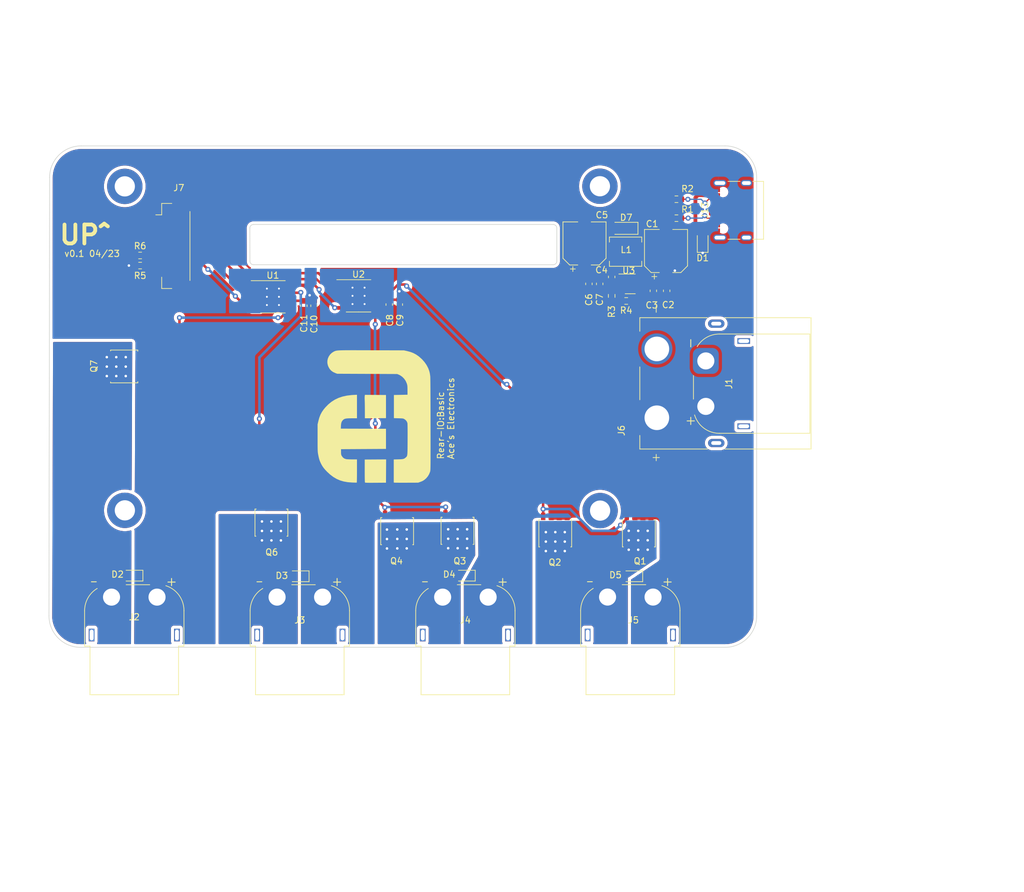
<source format=kicad_pcb>
(kicad_pcb (version 20221018) (generator pcbnew)
  (layers (0 "F.Cu" power) (31 "B.Cu" power) (34 "B.Paste" user) (35 "F.Paste" user) (36 "B.SilkS" user "B.Silkscreen") (37 "F.SilkS" user "F.Silkscreen") (38 "B.Mask" user) (39 "F.Mask" user) (44 "Edge.Cuts" user))
  (net 0 "")
  (net 1 "GPIO10")
  (net 2 "GPIO11")
  (net 3 "GPIO12")
  (net 4 "GPIO13")
  (net 5 "GPIO14")
  (net 6 "GPIO21")
  (net 9 "unconnected-(U1-TH-Pad9)")
  (net 12 "unconnected-(U2-TH-Pad9)")
  (net 13 "Net-(D2-A)")
  (net 14 "Net-(D3-A)")
  (net 15 "Net-(D4-A)")
  (net 16 "Net-(D5-A)")
  (net 17 "Net-(U3-BST)")
  (net 18 "Net-(D7-K)")
  (net 19 "+5V")
  (net 20 "Net-(U3-FB)")
  (net 21 "VIN")
  (net 22 "GND")
  (net 23 "VBUS")
  (net 24 "Net-(J13-CC1)")
  (net 25 "USB_D+")
  (net 26 "USB_D-")
  (net 28 "Net-(J13-CC2)")
  (net 30 "Net-(Q1-G)")
  (net 31 "Net-(Q3-G)")
  (net 32 "Net-(Q7-G)")
  (net 33 "Net-(Q6-G)")
  (footprint "Connector_AMASS:AMASS_XT60PW-F_1x02_P7.20mm_Horizontal" (layer "F.Cu") (at 88.05 133 180)
    (fp_text reference "J2")
    (fp_text value "Conn_01x02_Pin")
  )
  (footprint "MountingHole:MountingHole_3.2mm_M3_DIN965_Pad" (layer "F.Cu") (at 90.15 67.96)
    (fp_text reference "H1" hide)
    (fp_text value "MountingHole")
  )
  (footprint "Connector_AMASS:AMASS_XT60PW-F_1x02_P7.20mm_Horizontal" (layer "F.Cu") (at 140.45 133 180)
    (fp_text reference "J4")
    (fp_text value "Conn_01x02_Pin")
  )
  (footprint "Diode_SMD:D_SOD-323" (layer "F.Cu") (at 117.7 129.7 180)
    (fp_text reference "D3")
    (fp_text value "1N5819WS")
  )
  (footprint "Diode_SMD:Nexperia_CFP3_SOD-123W" (layer "F.Cu") (at 169.099999 74.6 180)
    (fp_text reference "D7")
    (fp_text value "PMEG6020ER")
  )
  (footprint "Package_TO_SOT_SMD:LFPAK56" (layer "F.Cu") (at 158.27 122.9 -90)
    (fp_text reference "Q2")
    (fp_text value "NTMFS4C03N-HXY")
  )
  (footprint "Package_SO:HSOP-8-1EP_3.9x4.9mm_P1.27mm_EP2.41x3.1mm_ThermalVias" (layer "F.Cu") (at 127.140712 85.295111)
    (fp_text reference "U2")
    (fp_text value "MIC4426")
  )
  (footprint "Package_TO_SOT_SMD:LFPAK56" (layer "F.Cu") (at 142.8 122.5 -90)
    (fp_text reference "Q3")
    (fp_text value "NTMFS4C03N-HXY")
  )
  (footprint "Capacitor_SMD:C_0603_1608Metric" (layer "F.Cu") (at 173.8 84.5 -90)
    (fp_text reference "C3")
    (fp_text value "100nF")
  )
  (footprint "Connector_USB:USB_C_Receptacle_G-Switch_GT-USB-7010ASV" (layer "F.Cu") (at 187.45 71.75 90)
    (fp_text reference "J13")
    (fp_text value "USB_C_Receptacle_USB2.0")
  )
  (footprint "Capacitor_SMD:C_0603_1608Metric" (layer "F.Cu") (at 133.595 86.675 -90)
    (fp_text reference "C9")
    (fp_text value "100nF")
  )
  (footprint "Package_TO_SOT_SMD:LFPAK56" (layer "F.Cu") (at 113.35 121.2 -90)
    (fp_text reference "Q6")
    (fp_text value "NTMFS4C03N-HXY")
  )
  (footprint "Capacitor_SMD:C_0603_1608Metric" (layer "F.Cu") (at 120.095 86.865001 -90)
    (fp_text reference "C10")
    (fp_text value "10uF")
  )
  (footprint "Resistor_SMD:R_0603_1608Metric" (layer "F.Cu") (at 177.45 70)
    (fp_text reference "R2")
    (fp_text value "5.1k")
  )
  (footprint "Connector_AMASS:AMASS_XT60PW-F_1x02_P7.20mm_Horizontal" (layer "F.Cu") (at 166.55 132.990522 180)
    (fp_text reference "J5")
    (fp_text value "Conn_01x02_Pin")
  )
  (footprint "Package_SO:HSOP-8-1EP_3.9x4.9mm_P1.27mm_EP2.41x3.1mm_ThermalVias" (layer "F.Cu") (at 113.592032 85.449584)
    (fp_text reference "U1")
    (fp_text value "MIC4426")
  )
  (footprint "Resistor_SMD:R_0603_1608Metric" (layer "F.Cu") (at 92.575 80.5)
    (fp_text reference "R5")
    (fp_text value "82k")
  )
  (footprint "Acea:AMASS_XT90PW-M" (layer "F.Cu") (at 183.75 99.15 90)
    (fp_text reference "J6")
    (fp_text value "Conn_01x02_Pin")
  )
  (footprint "MountingHole:MountingHole_3.2mm_M3_DIN965_Pad" (layer "F.Cu") (at 165.37 119.3)
    (fp_text reference "H3" hide)
    (fp_text value "MountingHole")
  )
  (footprint "Connector_AMASS:AMASS_XT60PW-M_1x02_P7.20mm_Horizontal" (layer "F.Cu") (at 182.1 95.6 -90)
    (fp_text reference "J1")
    (fp_text value "Conn_01x02_Pin")
  )
  (footprint "Capacitor_SMD:C_0603_1608Metric" (layer "F.Cu") (at 163.6 83.4 -90)
    (fp_text reference "C6")
    (fp_text value "10uF")
  )
  (footprint "Capacitor_SMD:C_0603_1608Metric" (layer "F.Cu") (at 131.995 86.675 -90)
    (fp_text reference "C8")
    (fp_text value "10uF")
  )
  (footprint "Inductor_SMD:L_Chilisin_BMRA00040415" (layer "F.Cu") (at 169.4 78.3 180)
    (fp_text reference "L1")
    (fp_text value "10uH")
  )
  (footprint "MountingHole:MountingHole_3.2mm_M3_DIN965_Pad" (layer "F.Cu") (at 165.339531 67.939531)
    (fp_text reference "H2" hide)
    (fp_text value "MountingHole")
  )
  (footprint "Acea:BOOMELE-Boom-Precision-Elec-C53040_C53040" (layer "F.Cu") (at 97.85 77.4 -90)
    (fp_text reference "J7")
    (fp_text value "Conn_01x08_Socket")
  )
  (footprint "Capacitor_SMD:CP_Elec_6.3x7.7" (layer "F.Cu") (at 175.8 78.2 90)
    (fp_text reference "C1")
    (fp_text value "220uF")
  )
  (footprint "Resistor_SMD:R_0603_1608Metric" (layer "F.Cu") (at 177.45 73 180)
    (fp_text reference "R1")
    (fp_text value "5.1k")
  )
  (footprint "Resistor_SMD:R_0603_1608Metric" (layer "F.Cu") (at 92.575 78.9 180)
    (fp_text reference "R6")
    (fp_text value "16k")
  )
  (footprint "Resistor_SMD:R_0603_1608Metric" (layer "F.Cu") (at 167.2 85.3 -90)
    (fp_text reference "R3")
    (fp_text value "82k")
  )
  (footprint "Package_TO_SOT_SMD:SOT-23-6" (layer "F.Cu") (at 170.1375 83.4)
    (fp_text reference "U3")
    (fp_text value "AOZ1280CI")
  )
  (footprint "Diode_SMD:D_SOD-323" (layer "F.Cu") (at 91.4 129.6 180)
    (fp_text reference "D2")
    (fp_text value "1N5819WS")
  )
  (footprint "Capacitor_SMD:C_0603_1608Metric" (layer "F.Cu") (at 167.2 82.3 90)
    (fp_text reference "C4")
    (fp_text value "100nF")
  )
  (footprint "Diode_SMD:D_SOD-323" (layer "F.Cu") (at 170.5 129.7 180)
    (fp_text reference "D5")
    (fp_text value "1N5819WS")
  )
  (footprint "Connector_AMASS:AMASS_XT60PW-F_1x02_P7.20mm_Horizontal" (layer "F.Cu") (at 114.25 133 180)
    (fp_text reference "J3")
    (fp_text value "Conn_01x02_Pin")
  )
  (footprint "MountingHole:MountingHole_3.2mm_M3_DIN965_Pad" (layer "F.Cu") (at 90.16 119.26)
    (fp_text reference "H4" hide)
    (fp_text value "MountingHole")
  )
  (footprint "Capacitor_SMD:C_0603_1608Metric" (layer "F.Cu") (at 118.495 86.865 -90)
    (fp_text reference "C11")
    (fp_text value "100nF")
  )
  (footprint "Package_TO_SOT_SMD:LFPAK56" (layer "F.Cu") (at 90.055435 96.475877 180)
    (fp_text reference "Q7")
    (fp_text value "NTMFS4C03N-HXY")
  )
  (footprint "Capacitor_SMD:CP_Elec_6.3x5.4" (layer "F.Cu") (at 162.9 77 90)
    (fp_text reference "C5")
    (fp_text value "22uF")
  )
  (footprint "Capacitor_SMD:C_0603_1608Metric" (layer "F.Cu") (at 165.3 83.4 -90)
    (fp_text reference "C7")
    (fp_text value "100nF")
  )
  (footprint "Diode_SMD:D_SOD-323" (layer "F.Cu") (at 144 129.6 180)
    (fp_text reference "D4")
    (fp_text value "1N5819WS")
  )
  (footprint "Acea:ae_20mm" (layer "F.Cu") (at 129.522605 104.637829)
    (fp_text reference "G***" hide)
    (fp_text value "LOGO" hide)
  )
  (footprint "Capacitor_SMD:C_0603_1608Metric" (layer "F.Cu") (at 175.9 84.5 -90)
    (fp_text reference "C2")
    (fp_text value "10uF")
  )
  (footprint "Resistor_SMD:R_0603_1608Metric" (layer "F.Cu") (at 169.5 86.1)
    (fp_text reference "R4")
    (fp_text value "16k")
  )
  (footprint "Package_TO_SOT_SMD:LFPAK56" (layer "F.Cu") (at 133.25 122.55 -90)
    (fp_text reference "Q4")
    (fp_text value "NTMFS4C03N-HXY")
  )
  (footprint "Diode_SMD:D_SOD-323" (layer "F.Cu") (at 181.6 76.8 90)
    (fp_text reference "D1")
    (fp_text value "1N5819WS")
  )
  (footprint "Package_TO_SOT_SMD:LFPAK56" (layer "F.Cu") (at 171.5 122.9 -90)
    (fp_text reference "Q1")
    (fp_text value "NTMFS4C03N-HXY")
  )
  (gr_arc (start 158.515685 79.8) (mid 158.35 80.2) (end 157.95 80.365685) (stroke (width 0.1)) (layer "Edge.Cuts"))
  (gr_arc (start 190.15 135.95) (mid 188.685534 139.485534) (end 185.15 140.95) (stroke (width 0.1)) (layer "Edge.Cuts"))
  (gr_arc (start 157.95 74) (mid 158.35 74.165685) (end 158.515685 74.565685) (stroke (width 0.1)) (layer "Edge.Cuts"))
  (gr_line (start 185.15 140.95) (end 83.15 140.95) (stroke (width 0.1)) (layer "Edge.Cuts"))
  (gr_line (start 158.515685 79.8) (end 158.515685 74.565685) (stroke (width 0.1)) (layer "Edge.Cuts"))
  (gr_arc (start 109.934315 74.565685) (mid 110.1 74.165685) (end 110.5 74) (stroke (width 0.1)) (layer "Edge.Cuts"))
  (gr_line (start 78.15 135.95) (end 78.25 66.55) (stroke (width 0.1)) (layer "Edge.Cuts"))
  (gr_arc (start 83.15 140.95) (mid 79.614466 139.485534) (end 78.15 135.95) (stroke (width 0.1)) (layer "Edge.Cuts"))
  (gr_arc (start 110.515685 80.365685) (mid 110.115685 80.2) (end 109.95 79.8) (stroke (width 0.1)) (layer "Edge.Cuts"))
  (gr_line (start 157.95 74) (end 110.5 74) (stroke (width 0.1)) (layer "Edge.Cuts"))
  (gr_arc (start 185.15 61.55) (mid 188.685534 63.014466) (end 190.15 66.55) (stroke (width 0.1)) (layer "Edge.Cuts"))
  (gr_line (start 110.515685 80.365685) (end 157.95 80.365685) (stroke (width 0.1)) (layer "Edge.Cuts"))
  (gr_line (start 83.25 61.55) (end 185.15 61.55) (stroke (width 0.1)) (layer "Edge.Cuts"))
  (gr_arc (start 78.25 66.55) (mid 79.714466 63.014466) (end 83.25 61.55) (stroke (width 0.1)) (layer "Edge.Cuts"))
  (gr_line (start 109.934315 74.565685) (end 109.95 79.8) (stroke (width 0.1)) (layer "Edge.Cuts"))
  (gr_line (start 190.15 66.55) (end 190.15 135.95) (stroke (width 0.1)) (layer "Edge.Cuts"))
  (gr_text "UP^" (at 79.5 77.4) (layer "F.SilkS") (effects (font (size 3 3) (thickness 0.6) bold) (justify left bottom)))
  (gr_text "Rear-IO:Basic\nAce's Electronics" (at 142.35 111.25 90) (layer "F.SilkS") (effects (font (size 1 1)) (justify left bottom)))
  (gr_text "v0.1 04/23" (at 80.5 79.2) (layer "F.SilkS") (effects (font (size 1 1)) (justify left bottom)))
  (segment (start 103.325 75.525) (end 109.5 81.7) (width 0.4) (layer "F.Cu") (net 1))
  (segment (start 109.5 81.7) (end 120.8 81.7) (width 0.4) (layer "F.Cu") (net 1))
  (segment (start 123.74 84.64) (end 124.5 84.64) (width 0.4) (layer "F.Cu") (net 1))
  (segment (start 95.9 75.525) (end 103.325 75.525) (width 0.4) (layer "F.Cu") (net 1))
  (segment (start 120.8 81.7) (end 123.74 84.64) (width 0.4) (layer "F.Cu") (net 1))
  (segment (start 123.38 87.18) (end 124.5 87.18) (width 0.4) (layer "F.Cu") (net 2))
  (segment (start 102.775 76.775) (end 95.9 76.775) (width 0.4) (layer "F.Cu") (net 2))
  (segment (start 119.25 82.65) (end 108.65 82.65) (width 0.4) (layer "F.Cu") (net 2))
  (segment (start 120.9 84.3) (end 119.25 82.65) (width 0.4) (layer "F.Cu") (net 2))
  (segment (start 108.65 82.65) (end 102.775 76.775) (width 0.4) (layer "F.Cu") (net 2))
  (via (at 120.9 84.3) (size 0.8) (drill 0.4) (layers "F.Cu" "B.Cu") (net 2))
  (via (at 123.38 87.18) (size 0.8) (drill 0.4) (layers "F.Cu" "B.Cu") (net 2))
  (segment (start 120.9 84.7) (end 123.38 87.18) (width 0.4) (layer "B.Cu") (net 2))
  (segment (start 120.9 84.3) (end 120.9 84.7) (width 0.4) (layer "B.Cu") (net 2))
  (segment (start 102.225 78.025) (end 109.004999 84.804999) (width 0.4) (layer "F.Cu") (net 3))
  (segment (start 95.9 78.025) (end 102.225 78.025) (width 0.4) (layer "F.Cu") (net 3))
  (segment (start 109.004999 84.804999) (end 110.945 84.804999) (width 0.4) (layer "F.Cu") (net 3))
  (segment (start 109.654584 87.354584) (end 110.935415 87.354584) (width 0.4) (layer "F.Cu") (net 4))
  (segment (start 101.475 79.275) (end 95.9 79.275) (width 0.4) (layer "F.Cu") (net 4))
  (segment (start 107.65 85.35) (end 109.654584 87.354584) (width 0.4) (layer "F.Cu") (net 4))
  (segment (start 103.3 81.1) (end 101.475 79.275) (width 0.4) (layer "F.Cu") (net 4))
  (via (at 103.3 81.1) (size 0.8) (drill 0.4) (layers "F.Cu" "B.Cu") (net 4))
  (via (at 107.65 85.35) (size 0.8) (drill 0.4) (layers "F.Cu" "B.Cu") (net 4))
  (segment (start 103.4 81.1) (end 103.3 81.1) (width 0.4) (layer "B.Cu") (net 4))
  (segment (start 107.65 85.35) (end 103.4 81.1) (width 0.4) (layer "B.Cu") (net 4))
  (segment (start 93.4 80.5) (end 93.4 78.9) (width 0.2) (layer "F.Cu") (net 5))
  (segment (start 95.875 80.5) (end 95.9 80.525) (width 0.2) (layer "F.Cu") (net 5))
  (segment (start 93.4 80.5) (end 95.875 80.5) (width 0.2) (layer "F.Cu") (net 5))
  (via (at 88.8 95) (size 0.8) (drill 0.4) (layers "F.Cu" "B.Cu") (net 13))
  (via (at 90.3 95.000002) (size 0.8) (drill 0.4) (layers "F.Cu" "B.Cu") (net 13))
  (via (at 87.300001 95) (size 0.8) (drill 0.4) (layers "F.Cu" "B.Cu") (net 13))
  (via (at 87.300002 98) (size 0.8) (drill 0.4) (layers "F.Cu" "B.Cu") (net 13))
  (via (at 90.3 96.5) (size 0.8) (drill 0.4) (layers "F.Cu" "B.Cu") (net 13))
  (via (at 88.8 98) (size 0.8) (drill 0.4) (layers "F.Cu" "B.Cu") (net 13))
  (via (at 88.8 96.5) (size 0.8) (drill 0.4) (layers "F.Cu" "B.Cu") (net 13))
  (via (at 90.3 98) (size 0.8) (drill 0.4) (layers "F.Cu" "B.Cu") (net 13))
  (via (at 87.300001 96.5) (size 0.8) (drill 0.4) (layers "F.Cu" "B.Cu") (net 13))
  (via (at 111.856428 124.02071) (size 0.8) (drill 0.4) (layers "F.Cu" "B.Cu") (net 14))
  (via (at 113.356427 121.020711) (size 0.8) (drill 0.4) (layers "F.Cu" "B.Cu") (net 14))
  (via (at 114.856428 122.520712) (size 0.8) (drill 0.4) (layers "F.Cu" "B.Cu") (net 14))
  (via (at 111.856428 121.020712) (size 0.8) (drill 0.4) (layers "F.Cu" "B.Cu") (net 14))
  (via (at 111.856428 122.52071) (size 0.8) (drill 0.4) (layers "F.Cu" "B.Cu") (net 14))
  (via (at 114.856428 124.020712) (size 0.8) (drill 0.4) (layers "F.Cu" "B.Cu") (net 14))
  (via (at 114.856429 121.020712) (size 0.8) (drill 0.4) (layers "F.Cu" "B.Cu") (net 14))
  (via (at 113.356428 124.020712) (size 0.8) (drill 0.4) (layers "F.Cu" "B.Cu") (net 14))
  (via (at 113.356428 122.52071) (size 0.8) (drill 0.4) (layers "F.Cu" "B.Cu") (net 14))
  (via (at 133.2693 123.787718) (size 0.8) (drill 0.4) (layers "F.Cu" "B.Cu") (net 15))
  (via (at 131.64 125.3) (size 0.8) (drill 0.4) (layers "F.Cu" "B.Cu") (net 15))
  (via (at 144.323295 123.759064) (size 0.8) (drill 0.4) (layers "F.Cu" "B.Cu") (net 15))
  (via (at 133.2693 122.287718) (size 0.8) (drill 0.4) (layers "F.Cu" "B.Cu") (net 15))
  (via (at 134.7693 122.287718) (size 0.8) (drill 0.4) (layers "F.Cu" "B.Cu") (net 15))
  (via (at 142.823295 123.759064) (size 0.8) (drill 0.4) (layers "F.Cu" "B.Cu") (net 15))
  (via (at 142.823295 122.259064) (size 0.8) (drill 0.4) (layers "F.Cu" "B.Cu") (net 15))
  (via (at 142.823295 125.259064) (size 0.8) (drill 0.4) (layers "F.Cu" "B.Cu") (net 15))
  (via (at 131.64 122.3) (size 0.8) (drill 0.4) (layers "F.Cu" "B.Cu") (net 15))
  (via (at 141.323295 125.259064) (size 0.8) (drill 0.4) (layers "F.Cu" "B.Cu") (net 15))
  (via (at 131.64 123.8) (size 0.8) (drill 0.4) (layers "F.Cu" "B.Cu") (net 15))
  (via (at 144.323295 125.259063) (size 0.8) (drill 0.4) (layers "F.Cu" "B.Cu") (net 15))
  (via (at 144.323295 122.259064) (size 0.8) (drill 0.4) (layers "F.Cu" "B.Cu") (net 15))
  (via (at 134.769299 123.787718) (size 0.8) (drill 0.4) (layers "F.Cu" "B.Cu") (net 15))
  (via (at 141.323295 123.759064) (size 0.8) (drill 0.4) (layers "F.Cu" "B.Cu") (net 15))
  (via (at 141.323296 122.259064) (size 0.8) (drill 0.4) (layers "F.Cu" "B.Cu") (net 15))
  (via (at 133.2693 125.287718) (size 0.8) (drill 0.4) (layers "F.Cu" "B.Cu") (net 15))
  (via (at 134.7693 125.287718) (size 0.8) (drill 0.4) (layers "F.Cu" "B.Cu") (net 15))
  (via (at 159.781536 124.209616) (size 0.8) (drill 0.4) (layers "F.Cu" "B.Cu") (net 16))
  (via (at 171.4 124) (size 0.8) (drill 0.4) (layers "F.Cu" "B.Cu") (net 16))
  (via (at 158.281536 125.709616) (size 0.8) (drill 0.4) (layers "F.Cu" "B.Cu") (net 16))
  (via (at 156.781536 122.709615) (size 0.8) (drill 0.4) (layers "F.Cu" "B.Cu") (net 16))
  (via (at 172.9 125.5) (size 0.8) (drill 0.4) (layers "F.Cu" "B.Cu") (net 16))
  (via (at 169.9 125.5) (size 0.8) (drill 0.4) (layers "F.Cu" "B.Cu") (net 16))
  (via (at 156.781536 125.709616) (size 0.8) (drill 0.4) (layers "F.Cu" "B.Cu") (net 16))
  (via (at 169.9 124) (size 0.8) (drill 0.4) (layers "F.Cu" "B.Cu") (net 16))
  (via (at 159.781536 125.709616) (size 0.8) (drill 0.4) (layers "F.Cu" "B.Cu") (net 16))
  (via (at 169.9 122.5) (size 0.8) (drill 0.4) (layers "F.Cu" "B.Cu") (net 16))
  (via (at 172.9 124) (size 0.8) (drill 0.4) (layers "F.Cu" "B.Cu") (net 16))
  (via (at 158.281537 122.709616) (size 0.8) (drill 0.4) (layers "F.Cu" "B.Cu") (net 16))
  (via (at 171.4 122.5) (size 0.8) (drill 0.4) (layers "F.Cu" "B.Cu") (net 16))
  (via (at 159.781536 122.709616) (size 0.8) (drill 0.4) (layers "F.Cu" "B.Cu") (net 16))
  (via (at 171.4 125.5) (size 0.8) (drill 0.4) (layers "F.Cu" "B.Cu") (net 16))
  (via (at 156.781536 124.209617) (size 0.8) (drill 0.4) (layers "F.Cu" "B.Cu") (net 16))
  (via (at 158.281537 124.209616) (size 0.8) (drill 0.4) (layers "F.Cu" "B.Cu") (net 16))
  (via (at 172.9 122.5) (size 0.8) (drill 0.4) (layers "F.Cu" "B.Cu") (net 16))
  (segment (start 167.825 82.45) (end 169 82.45) (width 0.6) (layer "F.Cu") (net 17))
  (segment (start 167.2 83.075) (end 167.825 82.45) (width 0.6) (layer "F.Cu") (net 17))
  (segment (start 166.275 83.579594) (end 167.170406 84.475) (width 0.5) (layer "F.Cu") (net 19))
  (segment (start 160.8 78.8) (end 161.8 79.8) (width 0.6) (layer "F.Cu") (net 19))
  (segment (start 165.3 82.625) (end 166.254594 83.579594) (width 0.5) (layer "F.Cu") (net 19))
  (segment (start 95.9 73.025) (end 96.675 72.25) (width 0.6) (layer "F.Cu") (net 19))
  (segment (start 96.675 72.25) (end 159.15 72.25) (width 0.6) (layer "F.Cu") (net 19))
  (segment (start 159.15 72.25) (end 160.8 73.9) (width 0.6) (layer "F.Cu") (net 19))
  (segment (start 166.254594 83.579594) (end 166.275 83.579594) (width 0.5) (layer "F.Cu") (net 19))
  (segment (start 161.8 79.8) (end 162.9 79.8) (width 0.6) (layer "F.Cu") (net 19))
  (segment (start 160.8 73.9) (end 160.8 78.8) (width 0.6) (layer "F.Cu") (net 19))
  (segment (start 167.170406 84.475) (end 167.2 84.475) (width 0.5) (layer "F.Cu") (net 19))
  (segment (start 167.2 86.125) (end 168.65 86.125) (width 0.6) (layer "F.Cu") (net 20))
  (segment (start 168.65 86.125) (end 168.675 86.1) (width 0.6) (layer "F.Cu") (net 20))
  (segment (start 168.675 86.1) (end 168.675 84.675) (width 0.6) (layer "F.Cu") (net 20))
  (segment (start 168.675 84.675) (end 169 84.35) (width 0.6) (layer "F.Cu") (net 20))
  (segment (start 92.45 129.6) (end 92.45 130.2) (width 0.4) (layer "F.Cu") (net 21))
  (segment (start 92.45 130.2) (end 95.25 133) (width 0.4) (layer "F.Cu") (net 21))
  (segment (start 116.245 86.075) (end 120.08 86.075) (width 0.4) (layer "F.Cu") (net 21))
  (segment (start 176.8 80.9) (end 175.8 80.9) (width 0.4) (layer "F.Cu") (net 21))
  (segment (start 118.75 130.3) (end 121.45 133) (width 0.4) (layer "F.Cu") (net 21))
  (segment (start 133.595 85.9) (end 133.595 84.575) (width 0.4) (layer "F.Cu") (net 21))
  (segment (start 181.6 78.5) (end 181.6 77.85) (width 0.4) (layer "F.Cu") (net 21))
  (segment (start 91.75 80.5) (end 90.8 80.5) (width 0.2) (layer "F.Cu") (net 21))
  (segment (start 119.4 85.2) (end 119.4 85.395001) (width 0.4) (layer "F.Cu") (net 21))
  (segment (start 129.8 85.91) (end 133.585 85.91) (width 0.4) (layer "F.Cu") (net 21))
  (segment (start 171.55 130.790522) (end 173.75 132.990522) (width 0.4) (layer "F.Cu") (net 21))
  (segment (start 145.05 130.4) (end 147.65 133) (width 0.4) (layer "F.Cu") (net 21))
  (segment (start 119.4 85.395001) (end 120.094999 86.09) (width 0.4) (layer "F.Cu") (net 21))
  (segment (start 177.2 81.3) (end 176.8 80.9) (width 0.4) (layer "F.Cu") (net 21))
  (segment (start 171.55 129.7) (end 171.55 130.790522) (width 0.4) (layer "F.Cu") (net 21))
  (segment (start 145.05 129.6) (end 145.05 130.4) (width 0.4) (layer "F.Cu") (net 21))
  (segment (start 118.75 129.7) (end 118.75 130.3) (width 0.4) (layer "F.Cu") (net 21))
  (via (at 177.2 81.3) (size 0.8) (drill 0.4) (layers "F.Cu" "B.Cu") (net 21))
  (via (at 90.8 80.5) (size 0.8) (drill 0.4) (layers "F.Cu" "B.Cu") (net 21))
  (via (at 119.4 85.2) (size 0.8) (drill 0.4) (layers "F.Cu" "B.Cu") (net 21))
  (via (at 181.6 78.5) (size 0.8) (drill 0.4) (layers "F.Cu" "B.Cu") (net 21))
  (via (at 133.595 84.575) (size 0.8) (drill 0.4) (layers "F.Cu" "B.Cu") (net 21))
  (segment (start 181 78.6) (end 181.1 78.5) (width 0.4) (layer "B.Cu") (net 21))
  (segment (start 179.9 78.6) (end 181 78.6) (width 0.4) (layer "B.Cu") (net 21))
  (segment (start 177.2 81.3) (end 179.9 78.6) (width 0.4) (layer "B.Cu") (net 21))
  (segment (start 181.1 78.5) (end 181.6 78.5) (width 0.4) (layer "B.Cu") (net 21))
  (segment (start 170.1625 85.9375) (end 170.325 86.1) (width 0.5) (layer "F.Cu") (net 22))
  (segment (start 169 83.4) (end 169.7 83.4) (width 0.5) (layer "F.Cu") (net 22))
  (segment (start 183.725 74.949999) (end 183.725 75.47) (width 0.6) (layer "F.Cu") (net 22))
  (segment (start 183.725 75.47) (end 184.325 76.07) (width 0.6) (layer "F.Cu") (net 22))
  (segment (start 170.1625 83.8625) (end 170.1625 85.9375) (width 0.5) (layer "F.Cu") (net 22))
  (segment (start 169.7 83.4) (end 170.1625 83.8625) (width 0.5) (layer "F.Cu") (net 22))
  (segment (start 180.45 73.8) (end 180.8 74.15) (width 0.6) (layer "F.Cu") (net 23))
  (segment (start 181.7 69.35) (end 180.849999 69.35) (width 0.6) (layer "F.Cu") (net 23))
  (segment (start 183.724999 69.35) (end 181.7 69.35) (width 0.6) (layer "F.Cu") (net 23))
  (segment (start 180.45 69.75) (end 180.45 73.8) (width 0.6) (layer "F.Cu") (net 23))
  (segment (start 181.6 74.25) (end 181.5 74.15) (width 0.4) (layer "F.Cu") (net 23))
  (segment (start 180.849999 69.35) (end 180.45 69.75) (width 0.6) (layer "F.Cu") (net 23))
  (segment (start 183.725 74.15) (end 180.8 74.15) (width 0.6) (layer "F.Cu") (net 23))
  (segment (start 181.6 75.75) (end 181.6 74.25) (width 0.4) (layer "F.Cu") (net 23))
  (segment (start 178.275 73) (end 179.283405 73) (width 0.2) (layer "F.Cu") (net 24))
  (segment (start 182.325 73) (end 183.725 73) (width 0.2) (layer "F.Cu") (net 24))
  (segment (start 181.925 72.6) (end 182.325 73) (width 0.2) (layer "F.Cu") (net 24))
  (segment (start 179.283405 73) (end 179.295678 72.987727) (width 0.2) (layer "F.Cu") (net 24))
  (via (at 181.925 72.6) (size 0.8) (drill 0.4) (layers "F.Cu" "B.Cu") (net 24))
  (via (at 179.295678 72.987727) (size 0.8) (drill 0.4) (layers "F.Cu" "B.Cu") (net 24))
  (segment (start 181.925 72.6) (end 181.537273 72.987727) (width 0.2) (layer "B.Cu") (net 24))
  (segment (start 181.537273 72.987727) (end 179.295678 72.987727) (width 0.2) (layer "B.Cu") (net 24))
  (segment (start 184.7 71.999999) (end 183.725 71.999999) (width 0.2) (layer "F.Cu") (net 25))
  (segment (start 183.725 71.000001) (end 184.725 71) (width 0.2) (layer "F.Cu") (net 25))
  (segment (start 184.725 71) (end 184.85 71.125) (width 0.2) (layer "F.Cu") (net 25))
  (segment (start 184.85 71.125) (end 184.85 71.849999) (width 0.2) (layer "F.Cu") (net 25))
  (segment (start 184.85 71.849999) (end 184.7 71.999999) (width 0.2) (layer "F.Cu") (net 25))
  (segment (start 182.7 71.675) (end 182.7 72.400001) (width 0.2) (layer "F.Cu") (net 26))
  (segment (start 182.8 72.5) (end 183.725 72.5) (width 0.2) (layer "F.Cu") (net 26))
  (segment (start 182.875 71.5) (end 182.7 71.675) (width 0.2) (layer "F.Cu") (net 26))
  (segment (start 183.725 71.5) (end 182.875 71.5) (width 0.2) (layer "F.Cu") (net 26))
  (segment (start 182.7 72.400001) (end 182.8 72.5) (width 0.2) (layer "F.Cu") (net 26))
  (segment (start 179.250032 70) (end 179.257634 70.007602) (width 0.2) (layer "F.Cu") (net 28))
  (segment (start 182.55 69.999999) (end 183.725 70) (width 0.2) (layer "F.Cu") (net 28))
  (segment (start 181.949999 70.6) (end 182.55 69.999999) (width 0.2) (layer "F.Cu") (net 28))
  (segment (start 178.275 70) (end 179.250032 70) (width 0.2) (layer "F.Cu") (net 28))
  (via (at 179.257634 70.007602) (size 0.8) (drill 0.4) (layers "F.Cu" "B.Cu") (net 28))
  (via (at 181.949999 70.6) (size 0.8) (drill 0.4) (layers "F.Cu" "B.Cu") (net 28))
  (segment (start 181.949999 70.6) (end 181.357602 70.007602) (width 0.2) (layer "B.Cu") (net 28))
  (segment (start 181.357602 70.007602) (end 179.257634 70.007602) (width 0.2) (layer "B.Cu") (net 28))
  (segment (start 169.59 120.61) (end 169.59 120.23) (width 0.4) (layer "F.Cu") (net 30))
  (segment (start 133.397207 83.5) (end 134.5 83.5) (width 0.4) (layer "F.Cu") (net 30))
  (segment (start 156.35 105.05) (end 156.35 119.05) (width 0.4) (layer "F.Cu") (net 30))
  (segment (start 168.6 121.6) (end 169.59 120.61) (width 0.4) (layer "F.Cu") (net 30))
  (segment (start 129.790712 84.660111) (end 132.237096 84.660111) (width 0.4) (layer "F.Cu") (net 30))
  (segment (start 134.5 83.5) (end 134.75 83.75) (width 0.4) (layer "F.Cu") (net 30))
  (segment (start 156.36 119.06) (end 156.35 119.05) (width 0.4) (layer "F.Cu") (net 30))
  (segment (start 132.237096 84.660111) (end 133.397207 83.5) (width 0.4) (layer "F.Cu") (net 30))
  (segment (start 156.36 120.23) (end 156.36 119.06) (width 0.4) (layer "F.Cu") (net 30))
  (segment (start 150.6 99.3) (end 156.35 105.05) (width 0.4) (layer "F.Cu") (net 30))
  (via (at 168.6 121.6) (size 0.8) (drill 0.4) (layers "F.Cu" "B.Cu") (net 30))
  (via (at 156.35 119.05) (size 0.8) (drill 0.4) (layers "F.Cu" "B.Cu") (net 30))
  (via (at 150.6 99.3) (size 0.8) (drill 0.4) (layers "F.Cu" "B.Cu") (net 30))
  (via (at 134.75 83.75) (size 0.8) (drill 0.4) (layers "F.Cu" "B.Cu") (net 30))
  (segment (start 150.3 99.3) (end 134.75 83.75) (width 0.4) (layer "B.Cu") (net 30))
  (segment (start 167.7 122.5) (end 168.6 121.6) (width 0.4) (layer "B.Cu") (net 30))
  (segment (start 164.044516 122.5) (end 167.7 122.5) (width 0.4) (layer "B.Cu") (net 30))
  (segment (start 156.35 119.05) (end 160.594516 119.05) (width 0.4) (layer "B.Cu") (net 30))
  (segment (start 150.6 99.3) (end 150.3 99.3) (width 0.4) (layer "B.Cu") (net 30))
  (segment (start 160.594516 119.05) (end 164.044516 122.5) (width 0.4) (layer "B.Cu") (net 30))
  (segment (start 140.921719 118.73484) (end 140.921719 119.798281) (width 0.4) (layer "F.Cu") (net 31))
  (segment (start 131.34 118.84) (end 131.34 119.88) (width 0.4) (layer "F.Cu") (net 31))
  (segment (start 129.8 117.3) (end 129.8 105.5) (width 0.4) (layer "F.Cu") (net 31))
  (segment (start 131.3 118.8) (end 131.34 118.84) (width 0.4) (layer "F.Cu") (net 31))
  (segment (start 131.3 118.8) (end 129.8 117.3) (width 0.4) (layer "F.Cu") (net 31))
  (segment (start 140.921719 119.798281) (end 140.89 119.83) (width 0.4) (layer "F.Cu") (net 31))
  (segment (start 129.790712 89.8) (end 129.790712 87.200111) (width 0.4) (layer "F.Cu") (net 31))
  (via (at 131.3 118.8) (size 0.8) (drill 0.4) (layers "F.Cu" "B.Cu") (net 31))
  (via (at 129.8 105.5) (size 0.8) (drill 0.4) (layers "F.Cu" "B.Cu") (net 31))
  (via (at 140.921719 118.73484) (size 0.8) (drill 0.4) (layers "F.Cu" "B.Cu") (net 31))
  (via (at 129.790712 89.8) (size 0.8) (drill 0.4) (layers "F.Cu" "B.Cu") (net 31))
  (segment (start 131.3 118.8) (end 131.36516 118.73484) (width 0.4) (layer "B.Cu") (net 31))
  (segment (start 129.8 105.05) (end 129.8 105.5) (width 0.4) (layer "B.Cu") (net 31))
  (segment (start 131.36516 118.73484) (end 140.921719 118.73484) (width 0.4) (layer "B.Cu") (net 31))
  (segment (start 129.790712 89.8) (end 129.75 89.840712) (width 0.4) (layer "B.Cu") (net 31))
  (segment (start 129.75 89.840712) (end 129.75 105) (width 0.4) (layer "B.Cu") (net 31))
  (segment (start 129.75 105) (end 129.8 105.05) (width 0.4) (layer "B.Cu") (net 31))
  (segment (start 114.4 88.75) (end 114.839999 88.75) (width 0.4) (layer "F.Cu") (net 32))
  (segment (start 94.845435 94.565877) (end 98.8 90.611312) (width 0.4) (layer "F.Cu") (net 32))
  (segment (start 98.8 90.611312) (end 98.8 88.75) (width 0.4) (layer "F.Cu") (net 32))
  (segment (start 92.725435 94.565877) (end 94.845435 94.565877) (width 0.4) (layer "F.Cu") (net 32))
  (segment (start 114.839999 88.75) (end 116.244999 87.345) (width 0.4) (layer "F.Cu") (net 32))
  (via (at 114.4 88.75) (size 0.8) (drill 0.4) (layers "F.Cu" "B.Cu") (net 32))
  (via (at 98.8 88.75) (size 0.8) (drill 0.4) (layers "F.Cu" "B.Cu") (net 32))
  (segment (start 114.4 88.75) (end 98.8 88.75) (width 0.4) (layer "B.Cu") (net 32))
  (segment (start 117.945001 84.804999) (end 116.245 84.804999) (width 0.4) (layer "F.Cu") (net 33))
  (segment (start 111.44 104.76) (end 111.44 118.53) (width 0.4) (layer "F.Cu") (net 33))
  (segment (start 111.45 104.75) (end 111.44 104.76) (width 0.4) (layer "F.Cu") (net 33))
  (segment (start 118 84.75) (end 117.945001 84.804999) (width 0.4) (layer "F.Cu") (net 33))
  (via (at 111.45 104.75) (size 0.8) (drill 0.4) (layers "F.Cu" "B.Cu") (net 33))
  (via (at 118 84.75) (size 0.8) (drill 0.4) (layers "F.Cu" "B.Cu") (net 33))
  (segment (start 118 88.5) (end 118 84.75) (width 0.4) (layer "B.Cu") (net 33))
  (segment (start 111.45 95.05) (end 118 88.5) (width 0.4) (layer "B.Cu") (net 33))
  (segment (start 111.45 104.75) (end 111.45 95.05) (width 0.4) (layer "B.Cu") (net 33))
  (zone (net 18) (net_name "Net-(D7-K)") (layer "F.Cu") (priority 4) (connect_pads yes (clearance 0.25)) (min_thickness 0.25) (fill yes (thermal_gap 0.5) (thermal_bridge_width 0.5))
    (polygon (pts (xy 170.551174 82.919563) (xy 172.101858 82.919563) (xy 172 73.6) (xy 169 73.6) (xy 168.6 79.8) (xy 166.6 81) (xy 166.5 82.8) (xy 169.8 82)))
  )
  (zone (net 19) (net_name "+5V") (layer "F.Cu") (priority 5) (connect_pads yes (clearance 0.25)) (min_thickness 0.25) (fill yes (thermal_gap 0.5) (thermal_bridge_width 0.5))
    (polygon (pts (xy 160.5 76.8) (xy 160.5 80.1) (xy 162.9 83.3) (xy 166.5 83.3) (xy 166.6 81) (xy 168.6 79.8) (xy 168.6 76.8)))
  )
  (zone (net 21) (net_name "VIN") (layer "F.Cu") (priority 3) (connect_pads yes (clearance 0.25)) (min_thickness 0.25) (fill yes (thermal_gap 0.5) (thermal_bridge_width 0.5))
    (polygon (pts (xy 172.5 78.9) (xy 172.5 80.8) (xy 172.2 82.2) (xy 172 82.7) (xy 170.5 82.7) (xy 170.5 84.95) (xy 172.5 84.9) (xy 173.2 84.5) (xy 176.8 84.5) (xy 176.85 78.9)))
  )
  (zone (net 22) (net_name "GND") (layer "F.Cu") (priority 2) (connect_pads yes (clearance 0.25)) (min_thickness 0.25) (fill yes (thermal_gap 0.5) (thermal_bridge_width 0.5))
    (polygon (pts (xy 181.6 66.249999) (xy 181.6 68.85) (xy 184.1 68.85) (xy 184.1 68.25) (xy 184.1 66.249999)))
  )
  (zone (net 22) (net_name "GND") (layer "F.Cu") (connect_pads yes (clearance 0.5)) (min_thickness 0.25) (fill yes (thermal_gap 0.5) (thermal_bridge_width 0.5) (island_removal_mode 1) (island_area_min 10))
    (polygon (pts (xy 70.4 144.2) (xy 194.4 144.2) (xy 194.65 38.45) (xy 70.4 38.45)))
  )
  (zone (net 13) (net_name "Net-(D2-A)") (layers "F&B.Cu") (priority 8) (connect_pads yes (clearance 0.5)) (min_thickness 0.25) (fill yes (thermal_gap 0.5) (thermal_bridge_width 0.5) (island_removal_mode 1) (island_area_min 10))
    (polygon (pts (xy 91.33 92.6) (xy 91.13 140.85) (xy 78.65 140.95) (xy 78.8 92.6)))
  )
  (zone (net 16) (net_name "Net-(D5-A)") (layers "F&B.Cu") (priority 6) (connect_pads yes (clearance 0.5)) (min_thickness 0.25) (fill yes (thermal_gap 0.5) (thermal_bridge_width 0.5) (island_removal_mode 1) (island_area_min 10))
    (polygon (pts (xy 174.25 120.85) (xy 155.15 120.95) (xy 155.15 126.2) (xy 155.15 141.95) (xy 169.75 141.95) (xy 169.75 129.95) (xy 174.3 126.9)))
  )
  (zone (net 15) (net_name "Net-(D4-A)") (layers "F&B.Cu") (priority 6) (connect_pads yes (clearance 0.5)) (min_thickness 0.25) (fill yes (thermal_gap 0.5) (thermal_bridge_width 0.5) (island_removal_mode 1) (island_area_min 10))
    (polygon (pts (xy 145.549999 121.1) (xy 130.178281 121.2) (xy 130.178281 141.91516) (xy 143.3 141.71516) (xy 143.3 130.5) (xy 145.6 126.4)))
  )
  (zone (net 14) (net_name "Net-(D3-A)") (layers "F&B.Cu") (priority 7) (connect_pads yes (clearance 0.5)) (min_thickness 0.25) (fill yes (thermal_gap 0.5) (thermal_bridge_width 0.5) (island_removal_mode 1) (island_area_min 10))
    (polygon (pts (xy 117.52 119.85) (xy 105 119.85) (xy 105 140.85) (xy 117.52 140.85)))
  )
  (zone (net 21) (net_name "VIN") (layer "B.Cu") (connect_pads yes (clearance 0.5)) (min_thickness 0.25) (fill yes (thermal_gap 0.5) (thermal_bridge_width 0.5) (island_removal_mode 1) (island_area_min 10))
    (polygon (pts (xy 72.9 146.7) (xy 196.9 146.7) (xy 197.15 40.95) (xy 72.9 40.95)))
  )
  (zone (net 12) (net_name "unconnected-(U2-TH-Pad9)") (layer "B.Cu") (priority 8) (connect_pads yes (clearance 0.5)) (min_thickness 0.25) (fill yes (thermal_gap 0.5) (thermal_bridge_width 0.5) (island_removal_mode 1) (island_area_min 10))
    (polygon (pts (xy 132.75 81) (xy 132.65 89.5) (xy 121.05 89.45) (xy 121.02 81)))
  )
  (zone (net 9) (net_name "unconnected-(U1-TH-Pad9)") (layer "B.Cu") (priority 8) (connect_pads yes (clearance 0.5)) (min_thickness 0.25) (fill yes (thermal_gap 0.5) (thermal_bridge_width 0.5) (island_removal_mode 1) (island_area_min 10))
    (polygon (pts (xy 118.1 81) (xy 118 89.5) (xy 106.65 89.45) (xy 106.62 81)))
  )
)
</source>
